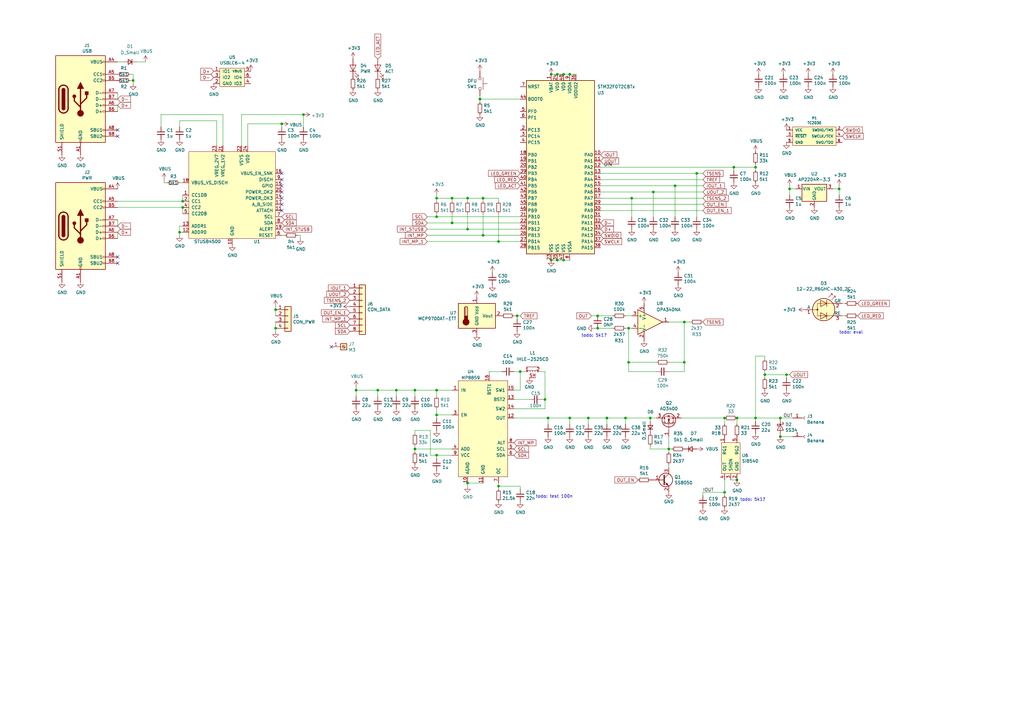
<source format=kicad_sch>
(kicad_sch (version 20211123) (generator eeschema)
  (paper "A3")
  (title_block (title "OPS - The Otter Power Supply"))
  (junction (at 245.11 134.62))
  (junction (at 302.26 171.45))
  (junction (at 179.07 88.9))
  (junction (at 115.57 50.8))
  (junction (at 233.68 171.45))
  (junction (at 73.66 95.25))
  (junction (at 162.56 160.02))
  (junction (at 170.18 160.02))
  (junction (at 185.42 81.28))
  (junction (at 226.06 106.68))
  (junction (at 266.7 171.45))
  (junction (at 309.88 68.58))
  (junction (at 212.09 129.54))
  (junction (at 179.07 170.18))
  (junction (at 204.47 99.06))
  (junction (at 241.3 171.45))
  (junction (at 191.77 198.12))
  (junction (at 204.47 199.39))
  (junction (at 280.67 148.59))
  (junction (at 309.88 171.45))
  (junction (at 320.04 179.07))
  (junction (at 323.85 77.47))
  (junction (at 233.68 30.48))
  (junction (at 223.52 163.83))
  (junction (at 179.07 186.69))
  (junction (at 297.18 201.93))
  (junction (at 198.12 81.28))
  (junction (at 224.79 171.45))
  (junction (at 231.14 30.48))
  (junction (at 74.93 82.55))
  (junction (at 228.6 30.48))
  (junction (at 302.26 196.85))
  (junction (at 74.93 85.09))
  (junction (at 259.08 81.28))
  (junction (at 274.32 184.15))
  (junction (at 344.17 77.47))
  (junction (at 154.94 160.02))
  (junction (at 213.36 152.4))
  (junction (at 54.61 33.02))
  (junction (at 179.07 81.28))
  (junction (at 322.58 153.67))
  (junction (at 285.75 71.12))
  (junction (at 257.81 148.59))
  (junction (at 313.69 153.67))
  (junction (at 297.18 171.45))
  (junction (at 231.14 106.68))
  (junction (at 248.92 171.45))
  (junction (at 196.85 40.64))
  (junction (at 256.54 171.45))
  (junction (at 228.6 106.68))
  (junction (at 226.06 30.48))
  (junction (at 300.99 68.58))
  (junction (at 113.03 127))
  (junction (at 267.97 78.74))
  (junction (at 124.46 46.99))
  (junction (at 191.77 81.28))
  (junction (at 280.67 132.08))
  (junction (at 198.12 96.52))
  (junction (at 257.81 134.62))
  (junction (at 276.86 76.2))
  (junction (at 191.77 93.98))
  (junction (at 179.07 160.02))
  (junction (at 113.03 134.62))
  (junction (at 245.11 129.54))
  (junction (at 170.18 184.15))
  (junction (at 320.04 171.45))
  (junction (at 185.42 91.44))
  (junction (at 146.05 160.02))
  (no_connect (at 48.26 107.95))
  (no_connect (at 115.57 76.2))
  (no_connect (at 115.57 78.74))
  (no_connect (at 48.26 55.88))
  (no_connect (at 135.89 142.24))
  (no_connect (at 48.26 53.34))
  (no_connect (at 115.57 73.66))
  (no_connect (at 115.57 83.82))
  (no_connect (at 48.26 105.41))
  (no_connect (at 115.57 86.36))
  (no_connect (at 115.57 71.12))
  (no_connect (at 115.57 81.28))
  (wire (pts (xy 299.72 196.85) (xy 302.26 196.85)))
  (wire (pts (xy 74.93 95.25) (xy 73.66 95.25)))
  (wire (pts (xy 313.69 153.67) (xy 313.69 152.4)))
  (wire (pts (xy 179.07 88.9) (xy 175.26 88.9)))
  (wire (pts (xy 74.93 87.63) (xy 74.93 85.09)))
  (wire (pts (xy 275.59 184.15) (xy 274.32 184.15)))
  (wire (pts (xy 170.18 184.15) (xy 170.18 182.88)))
  (wire (pts (xy 236.22 30.48) (xy 233.68 30.48)))
  (wire (pts (xy 297.18 201.93) (xy 297.18 196.85)))
  (wire (pts (xy 191.77 82.55) (xy 191.77 81.28)))
  (wire (pts (xy 73.66 96.52) (xy 73.66 95.25)))
  (wire (pts (xy 179.07 170.18) (xy 179.07 171.45)))
  (wire (pts (xy 196.85 40.64) (xy 196.85 39.37)))
  (wire (pts (xy 313.69 153.67) (xy 322.58 153.67)))
  (wire (pts (xy 204.47 199.39) (xy 204.47 200.66)))
  (wire (pts (xy 48.26 82.55) (xy 74.93 82.55)))
  (wire (pts (xy 179.07 81.28) (xy 179.07 80.01)))
  (wire (pts (xy 179.07 81.28) (xy 179.07 82.55)))
  (wire (pts (xy 256.54 173.99) (xy 256.54 171.45)))
  (wire (pts (xy 170.18 160.02) (xy 179.07 160.02)))
  (wire (pts (xy 288.29 83.82) (xy 246.38 83.82)))
  (wire (pts (xy 302.26 173.99) (xy 302.26 171.45)))
  (wire (pts (xy 309.88 171.45) (xy 320.04 171.45)))
  (wire (pts (xy 101.6 50.8) (xy 101.6 59.69)))
  (wire (pts (xy 257.81 152.4) (xy 257.81 148.59)))
  (wire (pts (xy 251.46 134.62) (xy 245.11 134.62)))
  (wire (pts (xy 346.71 129.54) (xy 345.44 129.54)))
  (wire (pts (xy 196.85 40.64) (xy 196.85 41.91)))
  (wire (pts (xy 248.92 171.45) (xy 256.54 171.45)))
  (wire (pts (xy 48.26 25.4) (xy 50.8 25.4)))
  (wire (pts (xy 228.6 106.68) (xy 226.06 106.68)))
  (wire (pts (xy 175.26 99.06) (xy 204.47 99.06)))
  (wire (pts (xy 48.26 95.25) (xy 48.26 97.79)))
  (wire (pts (xy 288.29 81.28) (xy 259.08 81.28)))
  (wire (pts (xy 185.42 87.63) (xy 185.42 91.44)))
  (wire (pts (xy 322.58 154.94) (xy 322.58 153.67)))
  (wire (pts (xy 309.88 68.58) (xy 309.88 67.31)))
  (wire (pts (xy 256.54 134.62) (xy 257.81 134.62)))
  (wire (pts (xy 204.47 81.28) (xy 198.12 81.28)))
  (wire (pts (xy 288.29 203.2) (xy 288.29 201.93)))
  (wire (pts (xy 266.7 171.45) (xy 269.24 171.45)))
  (wire (pts (xy 313.69 147.32) (xy 313.69 146.05)))
  (wire (pts (xy 231.14 106.68) (xy 228.6 106.68)))
  (wire (pts (xy 276.86 76.2) (xy 288.29 76.2)))
  (wire (pts (xy 288.29 86.36) (xy 246.38 86.36)))
  (wire (pts (xy 113.03 125.73) (xy 113.03 127)))
  (wire (pts (xy 325.12 171.45) (xy 320.04 171.45)))
  (wire (pts (xy 88.9 59.69) (xy 88.9 49.53)))
  (wire (pts (xy 269.24 152.4) (xy 257.81 152.4)))
  (wire (pts (xy 179.07 88.9) (xy 213.36 88.9)))
  (wire (pts (xy 213.36 129.54) (xy 212.09 129.54)))
  (wire (pts (xy 74.93 80.01) (xy 74.93 82.55)))
  (wire (pts (xy 233.68 30.48) (xy 231.14 30.48)))
  (wire (pts (xy 210.82 171.45) (xy 224.79 171.45)))
  (wire (pts (xy 215.9 152.4) (xy 213.36 152.4)))
  (wire (pts (xy 54.61 30.48) (xy 54.61 33.02)))
  (wire (pts (xy 285.75 88.9) (xy 285.75 71.12)))
  (wire (pts (xy 323.85 76.2) (xy 323.85 77.47)))
  (wire (pts (xy 279.4 171.45) (xy 297.18 171.45)))
  (wire (pts (xy 185.42 91.44) (xy 213.36 91.44)))
  (wire (pts (xy 198.12 87.63) (xy 198.12 96.52)))
  (wire (pts (xy 243.84 134.62) (xy 245.11 134.62)))
  (wire (pts (xy 170.18 160.02) (xy 162.56 160.02)))
  (wire (pts (xy 257.81 134.62) (xy 259.08 134.62)))
  (wire (pts (xy 185.42 82.55) (xy 185.42 81.28)))
  (wire (pts (xy 179.07 170.18) (xy 179.07 167.64)))
  (wire (pts (xy 175.26 93.98) (xy 191.77 93.98)))
  (wire (pts (xy 259.08 81.28) (xy 246.38 81.28)))
  (wire (pts (xy 198.12 82.55) (xy 198.12 81.28)))
  (wire (pts (xy 259.08 88.9) (xy 259.08 81.28)))
  (wire (pts (xy 179.07 186.69) (xy 179.07 187.96)))
  (wire (pts (xy 241.3 173.99) (xy 241.3 171.45)))
  (wire (pts (xy 309.88 69.85) (xy 309.88 68.58)))
  (wire (pts (xy 204.47 82.55) (xy 204.47 81.28)))
  (wire (pts (xy 198.12 96.52) (xy 213.36 96.52)))
  (wire (pts (xy 113.03 134.62) (xy 113.03 135.89)))
  (wire (pts (xy 300.99 69.85) (xy 300.99 68.58)))
  (wire (pts (xy 313.69 154.94) (xy 313.69 153.67)))
  (wire (pts (xy 198.12 198.12) (xy 191.77 198.12)))
  (wire (pts (xy 175.26 91.44) (xy 185.42 91.44)))
  (wire (pts (xy 274.32 190.5) (xy 274.32 191.77)))
  (wire (pts (xy 233.68 106.68) (xy 231.14 106.68)))
  (wire (pts (xy 285.75 71.12) (xy 246.38 71.12)))
  (wire (pts (xy 283.21 132.08) (xy 280.67 132.08)))
  (wire (pts (xy 185.42 184.15) (xy 170.18 184.15)))
  (wire (pts (xy 346.71 124.46) (xy 345.44 124.46)))
  (wire (pts (xy 116.84 96.52) (xy 115.57 96.52)))
  (wire (pts (xy 170.18 177.8) (xy 170.18 176.53)))
  (wire (pts (xy 274.32 152.4) (xy 280.67 152.4)))
  (wire (pts (xy 204.47 99.06) (xy 213.36 99.06)))
  (wire (pts (xy 74.93 92.71) (xy 73.66 92.71)))
  (wire (pts (xy 280.67 132.08) (xy 274.32 132.08)))
  (wire (pts (xy 212.09 129.54) (xy 212.09 130.81)))
  (wire (pts (xy 54.61 34.29) (xy 54.61 33.02)))
  (wire (pts (xy 146.05 160.02) (xy 146.05 158.75)))
  (wire (pts (xy 325.12 179.07) (xy 320.04 179.07)))
  (wire (pts (xy 74.93 85.09) (xy 48.26 85.09)))
  (wire (pts (xy 179.07 186.69) (xy 185.42 186.69)))
  (wire (pts (xy 300.99 68.58) (xy 309.88 68.58)))
  (wire (pts (xy 170.18 176.53) (xy 176.53 176.53)))
  (wire (pts (xy 313.69 146.05) (xy 309.88 146.05)))
  (wire (pts (xy 124.46 46.99) (xy 124.46 52.07)))
  (wire (pts (xy 204.47 199.39) (xy 213.36 199.39)))
  (wire (pts (xy 48.26 40.64) (xy 48.26 38.1)))
  (wire (pts (xy 246.38 76.2) (xy 276.86 76.2)))
  (wire (pts (xy 191.77 81.28) (xy 185.42 81.28)))
  (wire (pts (xy 154.94 160.02) (xy 162.56 160.02)))
  (wire (pts (xy 204.47 87.63) (xy 204.47 99.06)))
  (wire (pts (xy 66.04 52.07) (xy 66.04 46.99)))
  (wire (pts (xy 48.26 43.18) (xy 48.26 45.72)))
  (wire (pts (xy 302.26 171.45) (xy 309.88 171.45)))
  (wire (pts (xy 224.79 171.45) (xy 224.79 173.99)))
  (wire (pts (xy 274.32 148.59) (xy 280.67 148.59)))
  (wire (pts (xy 245.11 129.54) (xy 242.57 129.54)))
  (wire (pts (xy 267.97 88.9) (xy 267.97 78.74)))
  (wire (pts (xy 213.36 40.64) (xy 196.85 40.64)))
  (wire (pts (xy 213.36 152.4) (xy 213.36 160.02)))
  (wire (pts (xy 99.06 59.69) (xy 99.06 46.99)))
  (wire (pts (xy 146.05 160.02) (xy 154.94 160.02)))
  (wire (pts (xy 191.77 87.63) (xy 191.77 93.98)))
  (wire (pts (xy 217.17 163.83) (xy 210.82 163.83)))
  (wire (pts (xy 288.29 71.12) (xy 285.75 71.12)))
  (wire (pts (xy 323.85 153.67) (xy 322.58 153.67)))
  (wire (pts (xy 246.38 68.58) (xy 300.99 68.58)))
  (wire (pts (xy 115.57 50.8) (xy 115.57 52.07)))
  (wire (pts (xy 55.88 25.4) (xy 59.69 25.4)))
  (wire (pts (xy 297.18 203.2) (xy 297.18 201.93)))
  (wire (pts (xy 185.42 81.28) (xy 179.07 81.28)))
  (wire (pts (xy 241.3 171.45) (xy 248.92 171.45)))
  (wire (pts (xy 248.92 173.99) (xy 248.92 171.45)))
  (wire (pts (xy 101.6 50.8) (xy 115.57 50.8)))
  (wire (pts (xy 223.52 167.64) (xy 223.52 163.83)))
  (wire (pts (xy 123.19 97.79) (xy 123.19 96.52)))
  (wire (pts (xy 344.17 76.2) (xy 344.17 77.47)))
  (wire (pts (xy 162.56 162.56) (xy 162.56 160.02)))
  (wire (pts (xy 48.26 92.71) (xy 48.26 90.17)))
  (wire (pts (xy 341.63 77.47) (xy 344.17 77.47)))
  (wire (pts (xy 68.58 74.93) (xy 67.31 74.93)))
  (wire (pts (xy 191.77 198.12) (xy 191.77 199.39)))
  (wire (pts (xy 266.7 184.15) (xy 274.32 184.15)))
  (wire (pts (xy 146.05 162.56) (xy 146.05 160.02)))
  (wire (pts (xy 246.38 78.74) (xy 267.97 78.74)))
  (wire (pts (xy 267.97 78.74) (xy 288.29 78.74)))
  (wire (pts (xy 276.86 88.9) (xy 276.86 76.2)))
  (wire (pts (xy 245.11 129.54) (xy 251.46 129.54)))
  (wire (pts (xy 73.66 49.53) (xy 73.66 52.07)))
  (wire (pts (xy 54.61 33.02) (xy 53.34 33.02)))
  (wire (pts (xy 67.31 74.93) (xy 67.31 73.66)))
  (wire (pts (xy 274.32 184.15) (xy 274.32 179.07)))
  (wire (pts (xy 266.7 172.72) (xy 266.7 171.45)))
  (wire (pts (xy 170.18 185.42) (xy 170.18 184.15)))
  (wire (pts (xy 233.68 171.45) (xy 233.68 173.99)))
  (wire (pts (xy 259.08 129.54) (xy 256.54 129.54)))
  (wire (pts (xy 274.32 185.42) (xy 274.32 184.15)))
  (wire (pts (xy 191.77 93.98) (xy 213.36 93.98)))
  (wire (pts (xy 233.68 171.45) (xy 241.3 171.45)))
  (wire (pts (xy 210.82 167.64) (xy 223.52 167.64)))
  (wire (pts (xy 204.47 198.12) (xy 204.47 199.39)))
  (wire (pts (xy 185.42 170.18) (xy 179.07 170.18)))
  (wire (pts (xy 53.34 30.48) (xy 54.61 30.48)))
  (wire (pts (xy 73.66 92.71) (xy 73.66 95.25)))
  (wire (pts (xy 309.88 172.72) (xy 309.88 171.45)))
  (wire (pts (xy 231.14 30.48) (xy 228.6 30.48)))
  (wire (pts (xy 257.81 134.62) (xy 257.81 148.59)))
  (wire (pts (xy 123.19 96.52) (xy 121.92 96.52)))
  (wire (pts (xy 176.53 176.53) (xy 176.53 186.69)))
  (wire (pts (xy 224.79 171.45) (xy 233.68 171.45)))
  (wire (pts (xy 288.29 201.93) (xy 297.18 201.93)))
  (wire (pts (xy 200.66 152.4) (xy 200.66 153.67)))
  (wire (pts (xy 344.17 77.47) (xy 344.17 80.01)))
  (wire (pts (xy 113.03 127) (xy 113.03 129.54)))
  (wire (pts (xy 113.03 132.08) (xy 113.03 134.62)))
  (wire (pts (xy 256.54 171.45) (xy 266.7 171.45)))
  (wire (pts (xy 228.6 30.48) (xy 226.06 30.48)))
  (wire (pts (xy 288.29 73.66) (xy 246.38 73.66)))
  (wire (pts (xy 88.9 49.53) (xy 73.66 49.53)))
  (wire (pts (xy 185.42 160.02) (xy 179.07 160.02)))
  (wire (pts (xy 154.94 162.56) (xy 154.94 160.02)))
  (wire (pts (xy 66.04 46.99) (xy 91.44 46.99)))
  (wire (pts (xy 213.36 199.39) (xy 213.36 200.66)))
  (wire (pts (xy 266.7 182.88) (xy 266.7 184.15)))
  (wire (pts (xy 257.81 148.59) (xy 269.24 148.59)))
  (wire (pts (xy 179.07 160.02) (xy 179.07 162.56)))
  (wire (pts (xy 175.26 96.52) (xy 198.12 96.52)))
  (wire (pts (xy 213.36 160.02) (xy 210.82 160.02)))
  (wire (pts (xy 323.85 77.47) (xy 323.85 80.01)))
  (wire (pts (xy 280.67 152.4) (xy 280.67 148.59)))
  (wire (pts (xy 222.25 163.83) (xy 223.52 163.83)))
  (wire (pts (xy 99.06 46.99) (xy 124.46 46.99)))
  (wire (pts (xy 170.18 160.02) (xy 170.18 162.56)))
  (wire (pts (xy 198.12 81.28) (xy 191.77 81.28)))
  (wire (pts (xy 73.66 74.93) (xy 74.93 74.93)))
  (wire (pts (xy 176.53 186.69) (xy 179.07 186.69)))
  (wire (pts (xy 223.52 152.4) (xy 223.52 163.83)))
  (wire (pts (xy 210.82 129.54) (xy 212.09 129.54)))
  (wire (pts (xy 179.07 87.63) (xy 179.07 88.9)))
  (wire (pts (xy 297.18 173.99) (xy 297.18 171.45)))
  (wire (pts (xy 91.44 46.99) (xy 91.44 59.69)))
  (wire (pts (xy 280.67 148.59) (xy 280.67 132.08)))
  (wire (pts (xy 220.98 152.4) (xy 223.52 152.4)))
  (wire (pts (xy 205.74 152.4) (xy 200.66 152.4)))
  (wire (pts (xy 210.82 152.4) (xy 213.36 152.4)))
  (wire (pts (xy 326.39 77.47) (xy 323.85 77.47)))
  (wire (pts (xy 309.88 146.05) (xy 309.88 171.45)))
  (text "todo: 5k1?" (at 303.53 205.74 0) (effects (font (size 1.27 1.27)) (justify left bottom)))
  (text "todo: eval\n" (at 344.17 137.16 0) (effects (font (size 1.27 1.27)) (justify left bottom)))
  (text "todo: test 100n" (at 219.71 204.47 0) (effects (font (size 1.27 1.27)) (justify left bottom)))
  (text "todo: 5k1?" (at 248.92 138.43 180) (effects (font (size 1.27 1.27)) (justify right bottom)))
  (label "UIN" (at 247.65 68.58 0))
  (label "OUT" (at 321.31 171.45 0))
  (label "IOUT" (at 288.29 201.93 0))
  (global_label "SWCLK" (shape input) (at 345.44 55.88 0) (property "Intersheet References" "${INTERSHEET_REFS}" (effects hide)))
  (global_label "UOUT_2" (shape input) (at 288.29 78.74 0) (property "Intersheet References" "${INTERSHEET_REFS}" (effects hide)))
  (global_label "UOUT" (shape input) (at 323.85 153.67 0) (property "Intersheet References" "${INTERSHEET_REFS}" (effects hide)))
  (global_label "OUT_EN_1" (shape input) (at 288.29 86.36 0) (property "Intersheet References" "${INTERSHEET_REFS}" (effects hide)))
  (global_label "SDA" (shape input) (at 115.57 91.44 0) (property "Intersheet References" "${INTERSHEET_REFS}" (effects hide)))
  (global_label "SDA" (shape input) (at 175.26 91.44 180) (property "Intersheet References" "${INTERSHEET_REFS}" (effects hide)))
  (global_label "SWCLK" (shape input) (at 246.38 99.06 0) (property "Intersheet References" "${INTERSHEET_REFS}" (effects hide)))
  (global_label "UOUT_2" (shape input) (at 143.51 120.65 180) (property "Intersheet References" "${INTERSHEET_REFS}" (effects hide)))
  (global_label "INT_MP_1" (shape input) (at 175.26 99.06 180) (property "Intersheet References" "${INTERSHEET_REFS}" (effects hide)))
  (global_label "SCL" (shape input) (at 115.57 88.9 0) (property "Intersheet References" "${INTERSHEET_REFS}" (effects hide)))
  (global_label "INT_STUSB" (shape input) (at 175.26 93.98 180) (property "Intersheet References" "${INTERSHEET_REFS}" (effects hide)))
  (global_label "D+" (shape input) (at 48.26 95.25 0) (property "Intersheet References" "${INTERSHEET_REFS}" (effects hide)))
  (global_label "TREF" (shape input) (at 288.29 73.66 0) (property "Intersheet References" "${INTERSHEET_REFS}" (effects hide)))
  (global_label "LED_GREEN" (shape input) (at 213.36 71.12 180) (property "Intersheet References" "${INTERSHEET_REFS}" (effects hide)))
  (global_label "D-" (shape input) (at 48.26 40.64 0) (property "Intersheet References" "${INTERSHEET_REFS}" (effects hide)))
  (global_label "LED_ACT" (shape input) (at 154.94 24.13 90) (property "Intersheet References" "${INTERSHEET_REFS}" (effects hide)))
  (global_label "SCL" (shape input) (at 210.82 184.15 0) (property "Intersheet References" "${INTERSHEET_REFS}" (effects hide)))
  (global_label "INT_MP" (shape input) (at 175.26 96.52 180) (property "Intersheet References" "${INTERSHEET_REFS}" (effects hide)))
  (global_label "TSENS_2" (shape input) (at 143.51 123.19 180) (property "Intersheet References" "${INTERSHEET_REFS}" (effects hide)))
  (global_label "D-" (shape input) (at 48.26 92.71 0) (property "Intersheet References" "${INTERSHEET_REFS}" (effects hide)))
  (global_label "TSENS" (shape input) (at 288.29 71.12 0) (property "Intersheet References" "${INTERSHEET_REFS}" (effects hide)))
  (global_label "INT_MP_1" (shape input) (at 143.51 130.81 180) (property "Intersheet References" "${INTERSHEET_REFS}" (effects hide)))
  (global_label "D-" (shape input) (at 246.38 91.44 0) (property "Intersheet References" "${INTERSHEET_REFS}" (effects hide)))
  (global_label "TSENS_2" (shape input) (at 288.29 81.28 0) (property "Intersheet References" "${INTERSHEET_REFS}" (effects hide)))
  (global_label "OUT" (shape input) (at 242.57 129.54 180) (property "Intersheet References" "${INTERSHEET_REFS}" (effects hide)))
  (global_label "LED_ACT" (shape input) (at 213.36 76.2 180) (property "Intersheet References" "${INTERSHEET_REFS}" (effects hide)))
  (global_label "IOUT" (shape input) (at 246.38 63.5 0) (property "Intersheet References" "${INTERSHEET_REFS}" (effects hide)))
  (global_label "UOUT" (shape input) (at 246.38 66.04 0) (property "Intersheet References" "${INTERSHEET_REFS}" (effects hide)))
  (global_label "IOUT_1" (shape input) (at 288.29 76.2 0) (property "Intersheet References" "${INTERSHEET_REFS}" (effects hide)))
  (global_label "LED_RED" (shape input) (at 213.36 73.66 180) (property "Intersheet References" "${INTERSHEET_REFS}" (effects hide)))
  (global_label "SDA" (shape input) (at 143.51 135.89 180) (property "Intersheet References" "${INTERSHEET_REFS}" (effects hide)))
  (global_label "D+" (shape input) (at 48.26 43.18 0) (property "Intersheet References" "${INTERSHEET_REFS}" (effects hide)))
  (global_label "OUT_EN" (shape input) (at 288.29 83.82 0) (property "Intersheet References" "${INTERSHEET_REFS}" (effects hide)))
  (global_label "IOUT_1" (shape input) (at 143.51 118.11 180) (property "Intersheet References" "${INTERSHEET_REFS}" (effects hide)))
  (global_label "TREF" (shape input) (at 213.36 129.54 0) (property "Intersheet References" "${INTERSHEET_REFS}" (effects hide)))
  (global_label "LED_RED" (shape input) (at 351.79 129.54 0) (property "Intersheet References" "${INTERSHEET_REFS}" (effects hide)))
  (global_label "SWDIO" (shape input) (at 246.38 96.52 0) (property "Intersheet References" "${INTERSHEET_REFS}" (effects hide)))
  (global_label "D+" (shape input) (at 246.38 93.98 0) (property "Intersheet References" "${INTERSHEET_REFS}" (effects hide)))
  (global_label "SDA" (shape input) (at 210.82 186.69 0) (property "Intersheet References" "${INTERSHEET_REFS}" (effects hide)))
  (global_label "SWDIO" (shape input) (at 345.44 53.34 0) (property "Intersheet References" "${INTERSHEET_REFS}" (effects hide)))
  (global_label "LED_GREEN" (shape input) (at 351.79 124.46 0) (property "Intersheet References" "${INTERSHEET_REFS}" (effects hide)))
  (global_label "OUT_EN_1" (shape input) (at 143.51 128.27 180) (property "Intersheet References" "${INTERSHEET_REFS}" (effects hide)))
  (global_label "INT_MP" (shape input) (at 210.82 181.61 0) (property "Intersheet References" "${INTERSHEET_REFS}" (effects hide)))
  (global_label "OUT_EN" (shape input) (at 261.62 196.85 180) (property "Intersheet References" "${INTERSHEET_REFS}" (effects hide)))
  (global_label "D-" (shape input) (at 87.63 31.75 180) (property "Intersheet References" "${INTERSHEET_REFS}" (effects hide)))
  (global_label "INT_STUSB" (shape input) (at 115.57 93.98 0) (property "Intersheet References" "${INTERSHEET_REFS}" (effects hide)))
  (global_label "D+" (shape input) (at 87.63 29.21 180) (property "Intersheet References" "${INTERSHEET_REFS}" (effects hide)))
  (global_label "TSENS" (shape input) (at 288.29 132.08 0) (property "Intersheet References" "${INTERSHEET_REFS}" (effects hide)))
  (global_label "SCL" (shape input) (at 143.51 133.35 180) (property "Intersheet References" "${INTERSHEET_REFS}" (effects hide)))
  (global_label "SCL" (shape input) (at 175.26 88.9 180) (property "Intersheet References" "${INTERSHEET_REFS}" (effects hide)))
  (symbol (lib_id "Connector:USB_C_Receptacle_USB2.0") (at 33.02 40.64 0) (unit 1)
    (property "Reference" "J1" (at 35.7378 18.6182 0))
    (property "Value" "USB" (at 35.7378 20.9296 0))
    (property "Footprint" "otter:USB-C 16Pin" (effects hide))
    (property "Datasheet" "https://www.usb.org/sites/default/files/documents/usb_type-c.zip" (effects hide))
  )
  (symbol (lib_id "Device:R_Small") (at 50.8 30.48 270) (unit 1)
    (property "Reference" "R1" (at 50.8 27.94 90))
    (property "Value" "5k1" (at 50.8 30.48 90))
    (property "Footprint" "otter:R_0402" (effects hide))
  )
  (symbol (lib_id "Device:R_Small") (at 50.8 33.02 90) (unit 1)
    (property "Reference" "R2" (at 50.8 35.56 90))
    (property "Value" "5k1" (at 50.8 33.02 90))
    (property "Footprint" "otter:R_0402" (effects hide))
  )
  (symbol (lib_id "otter:GND") (at 33.02 63.5 0) (unit 1)
    (property "Reference" "#PWR0101" (effects hide))
    (property "Value" "GND" (at 33.147 67.8942 0))
  )
  (symbol (lib_id "otter:GND") (at 25.4 63.5 0) (unit 1)
    (property "Reference" "#PWR0102" (effects hide))
    (property "Value" "GND" (at 25.527 67.8942 0))
  )
  (symbol (lib_id "otter:GND") (at 54.61 34.29 0) (unit 1)
    (property "Reference" "#PWR0103" (effects hide))
    (property "Value" "GND" (at 54.737 38.6842 0))
  )
  (symbol (lib_id "Connector:USB_C_Receptacle_USB2.0") (at 33.02 92.71 0) (unit 1)
    (property "Reference" "J2" (at 35.7378 70.6882 0))
    (property "Value" "PWR" (at 35.7378 72.9996 0))
    (property "Footprint" "otter:USB-C 16Pin" (effects hide))
    (property "Datasheet" "https://www.usb.org/sites/default/files/documents/usb_type-c.zip" (effects hide))
  )
  (symbol (lib_id "otter:GND") (at 33.02 115.57 0) (unit 1)
    (property "Reference" "#PWR0104" (effects hide))
    (property "Value" "GND" (at 33.147 119.9642 0))
  )
  (symbol (lib_id "otter:GND") (at 25.4 115.57 0) (unit 1)
    (property "Reference" "#PWR0105" (effects hide))
    (property "Value" "GND" (at 25.527 119.9642 0))
  )
  (symbol (lib_id "otter:STUSB4500") (at 95.25 83.82 0) (unit 1)
    (property "Reference" "U1" (at 105.41 99.06 0))
    (property "Value" "STUSB4500" (at 85.09 99.06 0))
    (property "Footprint" "Package_DFN_QFN:QFN-24-1EP_4x4mm_P0.5mm_EP2.7x2.7mm" (effects hide))
  )
  (symbol (lib_id "Device:R_Small") (at 71.12 74.93 270) (unit 1)
    (property "Reference" "R3" (at 71.12 72.39 90))
    (property "Value" "5k1" (at 71.12 74.93 90))
    (property "Footprint" "otter:R_0402" (effects hide))
  )
  (symbol (lib_id "Device:R_Small") (at 119.38 96.52 270) (unit 1)
    (property "Reference" "R4" (at 119.38 99.1616 90))
    (property "Value" "5k1" (at 119.38 101.473 90))
    (property "Footprint" "otter:R_0402" (effects hide))
  )
  (symbol (lib_id "otter:GND") (at 73.66 96.52 0) (unit 1)
    (property "Reference" "#PWR0106" (effects hide))
    (property "Value" "GND" (at 73.787 100.9142 0))
  )
  (symbol (lib_id "otter:GND") (at 95.25 100.33 0) (unit 1)
    (property "Reference" "#PWR0107" (effects hide))
    (property "Value" "GND" (at 95.377 104.7242 0))
  )
  (symbol (lib_id "otter:GND") (at 123.19 97.79 0) (unit 1)
    (property "Reference" "#PWR0108" (effects hide))
    (property "Value" "GND" (at 123.317 102.1842 0))
  )
  (symbol (lib_id "power:VBUS") (at 48.26 77.47 0) (unit 1)
    (property "Reference" "#PWR0109" (effects hide))
    (property "Value" "VBUS" (at 48.641 73.0758 0))
  )
  (symbol (lib_id "power:VBUS") (at 67.31 73.66 0) (unit 1)
    (property "Reference" "#PWR0110" (effects hide))
    (property "Value" "VBUS" (at 67.691 69.2658 0))
  )
  (symbol (lib_id "Device:C_Small") (at 73.66 54.61 0) (unit 1)
    (property "Reference" "C2" (at 75.9968 53.4416 0) (effects (justify left)))
    (property "Value" "1u" (at 75.9968 55.753 0) (effects (justify left)))
    (property "Footprint" "otter:C_0402" (effects hide))
  )
  (symbol (lib_id "otter:GND") (at 73.66 57.15 0) (unit 1)
    (property "Reference" "#PWR0111" (effects hide))
    (property "Value" "GND" (at 73.787 61.5442 0))
  )
  (symbol (lib_id "Device:C_Small") (at 66.04 54.61 0) (unit 1)
    (property "Reference" "C1" (at 68.3768 53.4416 0) (effects (justify left)))
    (property "Value" "1u" (at 68.3768 55.753 0) (effects (justify left)))
    (property "Footprint" "otter:C_0402" (effects hide))
  )
  (symbol (lib_id "otter:GND") (at 66.04 57.15 0) (unit 1)
    (property "Reference" "#PWR0112" (effects hide))
    (property "Value" "GND" (at 66.167 61.5442 0))
  )
  (symbol (lib_id "power:+3V3") (at 124.46 46.99 270) (unit 1)
    (property "Reference" "#PWR0113" (effects hide))
    (property "Value" "+3V3" (at 127.7112 47.371 90) (effects (justify left)))
  )
  (symbol (lib_id "Device:C_Small") (at 115.57 54.61 0) (unit 1)
    (property "Reference" "C3" (at 117.9068 53.4416 0) (effects (justify left)))
    (property "Value" "100n" (at 117.9068 55.753 0) (effects (justify left)))
    (property "Footprint" "otter:C_0402" (effects hide))
  )
  (symbol (lib_id "Device:C_Small") (at 124.46 54.61 0) (unit 1)
    (property "Reference" "C4" (at 126.7968 53.4416 0) (effects (justify left)))
    (property "Value" "100n" (at 126.7968 55.753 0) (effects (justify left)))
    (property "Footprint" "otter:C_0402" (effects hide))
  )
  (symbol (lib_id "power:VBUS") (at 115.57 50.8 270) (unit 1)
    (property "Reference" "#PWR0116" (effects hide))
    (property "Value" "VBUS" (at 118.8212 51.181 90) (effects (justify left)))
  )
  (symbol (lib_id "otter:GND") (at 115.57 57.15 0) (unit 1)
    (property "Reference" "#PWR0114" (effects hide))
    (property "Value" "GND" (at 115.697 61.5442 0))
  )
  (symbol (lib_id "otter:GND") (at 124.46 57.15 0) (unit 1)
    (property "Reference" "#PWR0115" (effects hide))
    (property "Value" "GND" (at 124.587 61.5442 0))
  )
  (symbol (lib_id "MCU_ST_STM32F0:STM32F072CBTx") (at 231.14 68.58 0) (unit 1)
    (property "Reference" "U3" (at 246.38 38.1 0))
    (property "Value" "STM32F072CBTx" (at 252.73 35.56 0))
    (property "Footprint" "Package_QFP:LQFP-48_7x7mm_P0.5mm" (effects hide))
    (property "Datasheet" "http://www.st.com/st-web-ui/static/active/en/resource/technical/document/datasheet/DM00090510.pdf" (effects hide))
  )
  (symbol (lib_id "otter:TC2030-CTX-Tag-Connect") (at 334.01 55.88 0) (unit 1)
    (property "Reference" "P1" (at 334.01 48.4632 0) (effects (font (size 1.016 1.016))))
    (property "Value" "TC2030" (at 334.01 50.3936 0) (effects (font (size 1.016 1.016))))
    (property "Footprint" "otter:TC2030" (effects hide))
  )
  (symbol (lib_id "otter:GND") (at 322.58 58.42 0) (unit 1)
    (property "Reference" "#PWR0117" (effects hide))
    (property "Value" "GND" (at 322.707 62.8142 0))
  )
  (symbol (lib_id "power:+3V3") (at 322.58 53.34 0) (unit 1)
    (property "Reference" "#PWR0118" (effects hide))
    (property "Value" "+3V3" (at 322.961 48.9458 0))
  )
  (symbol (lib_id "Regulator_Linear:AP2204R-3.3") (at 334.01 77.47 0) (unit 1)
    (property "Reference" "U2" (at 334.01 71.3232 0))
    (property "Value" "AP2204R-3.3" (at 334.01 73.6346 0))
    (property "Footprint" "Package_TO_SOT_SMD:SOT-89-3" (effects hide))
    (property "Datasheet" "https://www.diodes.com/assets/Datasheets/AP2204.pdf" (effects hide))
  )
  (symbol (lib_id "Device:C_Small") (at 323.85 82.55 0) (unit 1)
    (property "Reference" "C5" (at 326.1868 81.3816 0) (effects (justify left)))
    (property "Value" "1u" (at 326.1868 83.693 0) (effects (justify left)))
    (property "Footprint" "otter:C_0402" (effects hide))
  )
  (symbol (lib_id "Device:C_Small") (at 344.17 82.55 0) (unit 1)
    (property "Reference" "C6" (at 346.5068 81.3816 0) (effects (justify left)))
    (property "Value" "1u" (at 346.5068 83.693 0) (effects (justify left)))
    (property "Footprint" "otter:C_0402" (effects hide))
  )
  (symbol (lib_id "otter:GND") (at 323.85 85.09 0) (unit 1)
    (property "Reference" "#PWR0119" (effects hide))
    (property "Value" "GND" (at 323.977 89.4842 0))
  )
  (symbol (lib_id "otter:GND") (at 334.01 85.09 0) (unit 1)
    (property "Reference" "#PWR0120" (effects hide))
    (property "Value" "GND" (at 334.137 89.4842 0))
  )
  (symbol (lib_id "otter:GND") (at 344.17 85.09 0) (unit 1)
    (property "Reference" "#PWR0121" (effects hide))
    (property "Value" "GND" (at 344.297 89.4842 0))
  )
  (symbol (lib_id "power:+3V3") (at 344.17 76.2 0) (unit 1)
    (property "Reference" "#PWR0122" (effects hide))
    (property "Value" "+3V3" (at 344.551 71.8058 0))
  )
  (symbol (lib_id "power:VBUS") (at 323.85 76.2 0) (unit 1)
    (property "Reference" "#PWR0123" (effects hide))
    (property "Value" "VBUS" (at 324.231 71.8058 0))
  )
  (symbol (lib_id "power:VBUS") (at 59.69 25.4 0) (unit 1)
    (property "Reference" "#PWR0124" (effects hide))
    (property "Value" "VBUS" (at 60.071 21.0058 0))
  )
  (symbol (lib_id "otter:GND") (at 226.06 106.68 0) (unit 1)
    (property "Reference" "#PWR0125" (effects hide))
    (property "Value" "GND" (at 226.187 111.0742 0))
  )
  (symbol (lib_id "power:+3V3") (at 226.06 30.48 0) (unit 1)
    (property "Reference" "#PWR0126" (effects hide))
    (property "Value" "+3V3" (at 226.441 26.0858 0))
  )
  (symbol (lib_id "Device:R_Small") (at 196.85 44.45 0) (unit 1)
    (property "Reference" "R5" (at 198.3486 43.2816 0) (effects (justify left)))
    (property "Value" "5k1" (at 198.3486 45.593 0) (effects (justify left)))
    (property "Footprint" "otter:R_0402" (effects hide))
  )
  (symbol (lib_id "otter:GND") (at 196.85 46.99 0) (unit 1)
    (property "Reference" "#PWR0127" (effects hide))
    (property "Value" "GND" (at 196.977 51.3842 0))
  )
  (symbol (lib_id "Switch:SW_Push") (at 196.85 34.29 270) (unit 1)
    (property "Reference" "SW1" (at 195.6308 35.4584 90) (effects (justify right)))
    (property "Value" "DFU" (at 195.6308 33.147 90) (effects (justify right)))
    (property "Footprint" "Button_Switch_SMD:SW_SPST_EVQP7C" (effects hide))
  )
  (symbol (lib_id "power:+3V3") (at 196.85 29.21 0) (unit 1)
    (property "Reference" "#PWR0128" (effects hide))
    (property "Value" "+3V3" (at 197.231 24.8158 0))
  )
  (symbol (lib_id "Device:C_Small") (at 300.99 72.39 0) (unit 1)
    (property "Reference" "C7" (at 303.3268 71.2216 0) (effects (justify left)))
    (property "Value" "100n" (at 303.3268 73.533 0) (effects (justify left)))
    (property "Footprint" "otter:C_0402" (effects hide))
  )
  (symbol (lib_id "Device:R_Small") (at 309.88 72.39 0) (unit 1)
    (property "Reference" "R12" (at 311.3786 71.2216 0) (effects (justify left)))
    (property "Value" "5k1" (at 311.3786 73.533 0) (effects (justify left)))
    (property "Footprint" "otter:R_0402" (effects hide))
  )
  (symbol (lib_id "otter:GND") (at 309.88 74.93 0) (unit 1)
    (property "Reference" "#PWR0129" (effects hide))
    (property "Value" "GND" (at 310.007 79.3242 0))
  )
  (symbol (lib_id "otter:GND") (at 300.99 74.93 0) (unit 1)
    (property "Reference" "#PWR0130" (effects hide))
    (property "Value" "GND" (at 301.117 79.3242 0))
  )
  (symbol (lib_id "Device:R_Small") (at 309.88 64.77 0) (unit 1)
    (property "Reference" "R11" (at 311.3786 63.6016 0) (effects (justify left)))
    (property "Value" "33k" (at 311.3786 65.913 0) (effects (justify left)))
    (property "Footprint" "otter:R_0402" (effects hide))
  )
  (symbol (lib_id "power:VBUS") (at 309.88 62.23 0) (unit 1)
    (property "Reference" "#PWR0131" (effects hide))
    (property "Value" "VBUS" (at 310.261 57.8358 0))
  )
  (symbol (lib_id "Device:R_Small") (at 179.07 85.09 0) (unit 1)
    (property "Reference" "R6" (at 180.5686 83.9216 0) (effects (justify left)))
    (property "Value" "5k1" (at 180.5686 86.233 0) (effects (justify left)))
    (property "Footprint" "otter:R_0402" (effects hide))
  )
  (symbol (lib_id "Device:R_Small") (at 185.42 85.09 0) (unit 1)
    (property "Reference" "R7" (at 186.9186 83.9216 0) (effects (justify left)))
    (property "Value" "5k1" (at 186.9186 86.233 0) (effects (justify left)))
    (property "Footprint" "otter:R_0402" (effects hide))
  )
  (symbol (lib_id "Device:R_Small") (at 191.77 85.09 0) (unit 1)
    (property "Reference" "R8" (at 193.2686 83.9216 0) (effects (justify left)))
    (property "Value" "5k1" (at 193.2686 86.233 0) (effects (justify left)))
    (property "Footprint" "otter:R_0402" (effects hide))
  )
  (symbol (lib_id "power:+3V3") (at 179.07 80.01 0) (unit 1)
    (property "Reference" "#PWR0132" (effects hide))
    (property "Value" "+3V3" (at 179.451 75.6158 0))
  )
  (symbol (lib_id "otter:MP8859") (at 198.12 172.72 0) (unit 1)
    (property "Reference" "U4" (at 193.04 152.4 0))
    (property "Value" "MP8859" (at 193.04 154.94 0))
    (property "Footprint" "otter:MP8859" (effects hide))
  )
  (symbol (lib_id "otter:GND") (at 191.77 199.39 0) (unit 1)
    (property "Reference" "#PWR0133" (effects hide))
    (property "Value" "GND" (at 191.897 203.7842 0))
  )
  (symbol (lib_id "Device:R_Small") (at 198.12 85.09 0) (unit 1)
    (property "Reference" "R9" (at 199.6186 83.9216 0) (effects (justify left)))
    (property "Value" "5k1" (at 199.6186 86.233 0) (effects (justify left)))
    (property "Footprint" "otter:R_0402" (effects hide))
  )
  (symbol (lib_id "Device:LED") (at 144.78 27.94 90) (unit 1)
    (property "Reference" "D4" (at 147.7772 26.9494 90) (effects (justify right)))
    (property "Value" "PWR" (at 147.7772 29.2608 90) (effects (justify right)))
    (property "Footprint" "LED_SMD:LED_0603_1608Metric" (effects hide))
  )
  (symbol (lib_id "Device:R_Small") (at 144.78 34.29 0) (unit 1)
    (property "Reference" "R26" (at 146.2786 33.1216 0) (effects (justify left)))
    (property "Value" "5k1" (at 146.2786 35.433 0) (effects (justify left)))
    (property "Footprint" "otter:R_0402" (effects hide))
  )
  (symbol (lib_id "Device:C_Small") (at 179.07 190.5 0) (unit 1)
    (property "Reference" "C12" (at 181.4068 189.3316 0) (effects (justify left)))
    (property "Value" "1u" (at 181.4068 191.643 0) (effects (justify left)))
    (property "Footprint" "otter:C_0402" (effects hide))
  )
  (symbol (lib_id "otter:GND") (at 179.07 193.04 0) (unit 1)
    (property "Reference" "#PWR0134" (effects hide))
    (property "Value" "GND" (at 179.197 197.4342 0))
  )
  (symbol (lib_id "otter:GND") (at 144.78 36.83 0) (unit 1)
    (property "Reference" "#PWR0168" (effects hide))
    (property "Value" "GND" (at 144.907 41.2242 0))
  )
  (symbol (lib_id "Device:C_Small") (at 179.07 173.99 0) (unit 1)
    (property "Reference" "C11" (at 181.4068 172.8216 0) (effects (justify left)))
    (property "Value" "100n" (at 181.4068 175.133 0) (effects (justify left)))
    (property "Footprint" "otter:C_0402" (effects hide))
  )
  (symbol (lib_id "otter:GND") (at 179.07 176.53 0) (unit 1)
    (property "Reference" "#PWR0135" (effects hide))
    (property "Value" "GND" (at 179.197 180.9242 0))
  )
  (symbol (lib_id "power:+3V3") (at 144.78 24.13 0) (unit 1)
    (property "Reference" "#PWR0169" (effects hide))
    (property "Value" "+3V3" (at 145.161 19.7358 0))
  )
  (symbol (lib_id "Device:LED") (at 154.94 27.94 90) (unit 1)
    (property "Reference" "D5" (at 157.9372 26.9494 90) (effects (justify right)))
    (property "Value" "ACT" (at 157.9372 29.2608 90) (effects (justify right)))
    (property "Footprint" "LED_SMD:LED_0603_1608Metric" (effects hide))
  )
  (symbol (lib_id "Device:R_Small") (at 154.94 34.29 0) (unit 1)
    (property "Reference" "R27" (at 156.4386 33.1216 0) (effects (justify left)))
    (property "Value" "5k1" (at 156.4386 35.433 0) (effects (justify left)))
    (property "Footprint" "otter:R_0402" (effects hide))
  )
  (symbol (lib_id "otter:GND") (at 154.94 36.83 0) (unit 1)
    (property "Reference" "#PWR0170" (effects hide))
    (property "Value" "GND" (at 155.067 41.2242 0))
  )
  (symbol (lib_id "Device:R_Small") (at 179.07 165.1 0) (unit 1)
    (property "Reference" "R10" (at 180.5686 163.9316 0) (effects (justify left)))
    (property "Value" "5k1" (at 180.5686 166.243 0) (effects (justify left)))
    (property "Footprint" "otter:R_0402" (effects hide))
  )
  (symbol (lib_id "Amplifier_Operational:OPA340NA") (at 266.7 132.08 0) (unit 1)
    (property "Reference" "U8" (at 269.24 124.46 0) (effects (justify left)))
    (property "Value" "OPA340NA" (at 269.24 127 0) (effects (justify left)))
    (property "Footprint" "Package_TO_SOT_SMD:SOT-23-5" (effects hide))
    (property "Datasheet" "http://www.ti.com/lit/ds/symlink/opa340.pdf" (effects hide))
  )
  (symbol (lib_id "otter:GND") (at 264.16 139.7 0) (unit 1)
    (property "Reference" "#PWR0171" (effects hide))
    (property "Value" "GND" (at 264.287 144.0942 0))
  )
  (symbol (lib_id "power:+3V3") (at 264.16 124.46 0) (unit 1)
    (property "Reference" "#PWR0172" (effects hide))
    (property "Value" "+3V3" (at 264.541 120.0658 0))
  )
  (symbol (lib_id "Device:R_Small") (at 254 134.62 90) (unit 1)
    (property "Reference" "R31" (at 254 139.7 90))
    (property "Value" "2k37" (at 254 137.16 90))
    (property "Footprint" "otter:R_0402" (effects hide))
  )
  (symbol (lib_id "Device:R_Small") (at 254 129.54 90) (unit 1)
    (property "Reference" "R30" (at 254 124.5616 90))
    (property "Value" "100k" (at 254 126.873 90))
    (property "Footprint" "otter:R_0402" (effects hide))
  )
  (symbol (lib_id "otter:GND") (at 243.84 134.62 270) (unit 1)
    (property "Reference" "#PWR0173" (effects hide))
    (property "Value" "GND" (at 240.5888 134.747 90) (effects (justify right)))
  )
  (symbol (lib_id "Device:C_Small") (at 245.11 132.08 0) (unit 1)
    (property "Reference" "C28" (at 247.4468 130.9116 0) (effects (justify left)))
    (property "Value" "DNP" (at 247.4468 133.223 0) (effects (justify left)))
    (property "Footprint" "otter:C_0402" (effects hide))
  )
  (symbol (lib_id "power:VBUS") (at 146.05 158.75 0) (unit 1)
    (property "Reference" "#PWR0136" (effects hide))
    (property "Value" "VBUS" (at 146.431 154.3558 0))
  )
  (symbol (lib_id "Device:C_Small") (at 162.56 165.1 0) (unit 1)
    (property "Reference" "C9" (at 164.8968 163.9316 0) (effects (justify left)))
    (property "Value" "22u" (at 164.8968 166.243 0) (effects (justify left)))
    (property "Footprint" "otter:C_1210" (effects hide))
  )
  (symbol (lib_id "otter:GND") (at 162.56 167.64 0) (unit 1)
    (property "Reference" "#PWR0138" (effects hide))
    (property "Value" "GND" (at 162.687 172.0342 0))
  )
  (symbol (lib_id "otter:GND") (at 146.05 167.64 0) (unit 1)
    (property "Reference" "#PWR0139" (effects hide))
    (property "Value" "GND" (at 146.177 172.0342 0))
  )
  (symbol (lib_id "Connector:Conn_01x01_Female") (at 330.2 171.45 0) (unit 1)
    (property "Reference" "J3" (at 330.9112 170.7896 0) (effects (justify left)))
    (property "Value" "Banana" (at 330.9112 173.101 0) (effects (justify left)))
    (property "Footprint" "otter:banana-jack" (effects hide))
  )
  (symbol (lib_id "Device:R_Small") (at 271.78 148.59 90) (unit 1)
    (property "Reference" "R32" (at 271.78 143.6116 90))
    (property "Value" "750k" (at 271.78 145.923 90))
    (property "Footprint" "otter:R_0402" (effects hide))
  )
  (symbol (lib_id "Connector:Conn_01x01_Female") (at 330.2 179.07 0) (unit 1)
    (property "Reference" "J4" (at 330.9112 178.4096 0) (effects (justify left)))
    (property "Value" "Banana" (at 330.9112 180.721 0) (effects (justify left)))
    (property "Footprint" "otter:banana-jack" (effects hide))
  )
  (symbol (lib_id "otter:GND") (at 320.04 179.07 0) (unit 1)
    (property "Reference" "#PWR0143" (effects hide))
    (property "Value" "GND" (at 320.167 183.4642 0))
  )
  (symbol (lib_id "Device:C_Small") (at 170.18 165.1 0) (unit 1)
    (property "Reference" "C10" (at 172.5168 163.9316 0) (effects (justify left)))
    (property "Value" "100n" (at 172.5168 166.243 0) (effects (justify left)))
    (property "Footprint" "otter:C_0603" (effects hide))
  )
  (symbol (lib_id "otter:GND") (at 170.18 167.64 0) (unit 1)
    (property "Reference" "#PWR0137" (effects hide))
    (property "Value" "GND" (at 170.307 172.0342 0))
  )
  (symbol (lib_id "Diode:MBR0530") (at 320.04 175.26 270) (unit 1)
    (property "Reference" "D2" (at 322.0466 174.0916 90) (effects (justify left)))
    (property "Value" "SS34" (at 322.0466 176.403 90) (effects (justify left)))
    (property "Footprint" "Diode_SMD:D_SOD-123" (effects hide))
    (property "Datasheet" "http://www.mccsemi.com/up_pdf/MBR0520~MBR0580(SOD123).pdf" (effects hide))
  )
  (symbol (lib_id "Device:R_Small") (at 285.75 132.08 90) (unit 1)
    (property "Reference" "R33" (at 285.75 137.16 90))
    (property "Value" "2k37" (at 285.75 134.62 90))
    (property "Footprint" "otter:R_0402" (effects hide))
  )
  (symbol (lib_id "Device:R_Small") (at 313.69 149.86 0) (unit 1)
    (property "Reference" "R22" (at 315.1886 148.6916 0) (effects (justify left)))
    (property "Value" "33k" (at 315.1886 151.003 0) (effects (justify left)))
    (property "Footprint" "otter:R_0402" (effects hide))
  )
  (symbol (lib_id "otter:GND") (at 322.58 160.02 0) (unit 1)
    (property "Reference" "#PWR0144" (effects hide))
    (property "Value" "GND" (at 322.707 164.4142 0))
  )
  (symbol (lib_id "otter:GND") (at 313.69 160.02 0) (unit 1)
    (property "Reference" "#PWR0145" (effects hide))
    (property "Value" "GND" (at 313.817 164.4142 0))
  )
  (symbol (lib_id "Device:R_Small") (at 313.69 157.48 0) (unit 1)
    (property "Reference" "R23" (at 315.1886 156.3116 0) (effects (justify left)))
    (property "Value" "5k1" (at 315.1886 158.623 0) (effects (justify left)))
    (property "Footprint" "otter:R_0402" (effects hide))
  )
  (symbol (lib_id "Device:C_Small") (at 322.58 157.48 0) (unit 1)
    (property "Reference" "C22" (at 324.9168 156.3116 0) (effects (justify left)))
    (property "Value" "100n" (at 324.9168 158.623 0) (effects (justify left)))
    (property "Footprint" "otter:C_0402" (effects hide))
  )
  (symbol (lib_id "Device:C_Small") (at 271.78 152.4 90) (unit 1)
    (property "Reference" "C29" (at 271.78 155.8798 90))
    (property "Value" "100n" (at 271.78 158.1912 90))
    (property "Footprint" "otter:C_0402" (effects hide))
  )
  (symbol (lib_id "Sensor_Temperature:MCP9700AT-ETT") (at 195.58 129.54 0) (unit 1)
    (property "Reference" "U7" (at 187.198 128.3716 0) (effects (justify right)))
    (property "Value" "MCP9700AT-ETT" (at 187.198 130.683 0) (effects (justify right)))
    (property "Footprint" "Package_TO_SOT_SMD:SOT-23" (effects hide))
    (property "Datasheet" "http://ww1.microchip.com/downloads/en/DeviceDoc/21942e.pdf" (effects hide))
  )
  (symbol (lib_id "Device:R_Small") (at 208.28 129.54 90) (unit 1)
    (property "Reference" "R29" (at 208.28 124.5616 90))
    (property "Value" "5k1" (at 208.28 126.873 90))
    (property "Footprint" "otter:R_0402" (effects hide))
  )
  (symbol (lib_id "Device:R_Small") (at 170.18 180.34 0) (unit 1)
    (property "Reference" "R13" (at 171.6786 179.1716 0) (effects (justify left)))
    (property "Value" "33k" (at 171.6786 181.483 0) (effects (justify left)))
    (property "Footprint" "otter:R_0402" (effects hide))
  )
  (symbol (lib_id "otter:GND") (at 170.18 190.5 0) (unit 1)
    (property "Reference" "#PWR0146" (effects hide))
    (property "Value" "GND" (at 170.307 194.8942 0))
  )
  (symbol (lib_id "Device:R_Small") (at 170.18 187.96 0) (unit 1)
    (property "Reference" "R14" (at 171.6786 186.7916 0) (effects (justify left)))
    (property "Value" "5k1" (at 171.6786 189.103 0) (effects (justify left)))
    (property "Footprint" "otter:R_0402" (effects hide))
  )
  (symbol (lib_id "Device:C_Small") (at 212.09 133.35 0) (unit 1)
    (property "Reference" "C27" (at 214.4268 132.1816 0) (effects (justify left)))
    (property "Value" "100n" (at 214.4268 134.493 0) (effects (justify left)))
    (property "Footprint" "otter:C_0402" (effects hide))
  )
  (symbol (lib_id "Device:R_Small") (at 204.47 203.2 0) (unit 1)
    (property "Reference" "R15" (at 205.9686 202.0316 0) (effects (justify left)))
    (property "Value" "21.5k" (at 205.9686 204.343 0) (effects (justify left)))
    (property "Footprint" "otter:R_0402" (effects hide))
  )
  (symbol (lib_id "Device:C_Small") (at 213.36 203.2 0) (unit 1)
    (property "Reference" "C18" (at 215.6968 202.0316 0) (effects (justify left)))
    (property "Value" "22n" (at 215.6968 204.343 0) (effects (justify left)))
    (property "Footprint" "otter:C_0402" (effects hide))
  )
  (symbol (lib_id "otter:GND") (at 213.36 205.74 0) (unit 1)
    (property "Reference" "#PWR0147" (effects hide))
    (property "Value" "GND" (at 213.487 210.1342 0))
  )
  (symbol (lib_id "otter:GND") (at 204.47 205.74 0) (unit 1)
    (property "Reference" "#PWR0148" (effects hide))
    (property "Value" "GND" (at 204.597 210.1342 0))
  )
  (symbol (lib_id "otter:GND") (at 195.58 137.16 0) (unit 1)
    (property "Reference" "#PWR0174" (effects hide))
    (property "Value" "GND" (at 195.707 141.5542 0))
  )
  (symbol (lib_id "power:+3V3") (at 195.58 121.92 0) (unit 1)
    (property "Reference" "#PWR0175" (effects hide))
    (property "Value" "+3V3" (at 195.961 117.5258 0))
  )
  (symbol (lib_id "otter:GND") (at 212.09 135.89 0) (unit 1)
    (property "Reference" "#PWR0176" (effects hide))
    (property "Value" "GND" (at 212.217 140.2842 0))
  )
  (symbol (lib_id "Transistor_FET:DMN3150L") (at 274.32 173.99 90) (unit 1)
    (property "Reference" "Q2" (at 274.32 165.3032 90))
    (property "Value" "AO3400" (at 274.32 167.6146 90))
    (property "Footprint" "Package_TO_SOT_SMD:SOT-23" (effects hide))
    (property "Datasheet" "http://www.diodes.com/assets/Datasheets/ds31126.pdf" (effects hide))
  )
  (symbol (lib_id "Device:C_Small") (at 309.88 175.26 0) (unit 1)
    (property "Reference" "C20" (at 312.2168 174.0916 0) (effects (justify left)))
    (property "Value" "22u" (at 312.2168 176.403 0) (effects (justify left)))
    (property "Footprint" "otter:C_0805" (effects hide))
  )
  (symbol (lib_id "otter:GND") (at 309.88 177.8 0) (unit 1)
    (property "Reference" "#PWR0149" (effects hide))
    (property "Value" "GND" (at 310.007 182.1942 0))
  )
  (symbol (lib_id "Connector_Generic:Conn_01x04") (at 118.11 129.54 0) (unit 1)
    (property "Reference" "J5" (at 120.142 129.7432 0) (effects (justify left)))
    (property "Value" "CON_PWR" (at 120.142 132.0546 0) (effects (justify left)))
    (property "Footprint" "Connector_PinHeader_2.00mm:PinHeader_1x04_P2.00mm_Vertical" (effects hide))
  )
  (symbol (lib_id "Device:R_Small") (at 204.47 85.09 0) (unit 1)
    (property "Reference" "R28" (at 205.9686 83.9216 0) (effects (justify left)))
    (property "Value" "5k1" (at 205.9686 86.233 0) (effects (justify left)))
    (property "Footprint" "otter:R_0402" (effects hide))
  )
  (symbol (lib_id "Transistor_BJT:BC817") (at 271.78 196.85 0) (unit 1)
    (property "Reference" "Q1" (at 276.606 195.6816 0) (effects (justify left)))
    (property "Value" "SS8050" (at 276.606 197.993 0) (effects (justify left)))
    (property "Footprint" "Package_TO_SOT_SMD:SOT-23" (effects hide))
    (property "Datasheet" "http://www.fairchildsemi.com/ds/BC/BC817.pdf" (effects hide))
  )
  (symbol (lib_id "otter:GND") (at 274.32 201.93 0) (unit 1)
    (property "Reference" "#PWR0150" (effects hide))
    (property "Value" "GND" (at 274.32 205.74 0))
  )
  (symbol (lib_id "Device:R_Small") (at 266.7 180.34 0) (unit 1)
    (property "Reference" "R17" (at 268.1986 179.1716 0) (effects (justify left)))
    (property "Value" "5k1" (at 268.1986 181.483 0) (effects (justify left)))
    (property "Footprint" "otter:R_0402" (effects hide))
  )
  (symbol (lib_id "Device:R_Small") (at 264.16 196.85 90) (unit 1)
    (property "Reference" "R16" (at 264.16 191.8716 90))
    (property "Value" "5k1" (at 264.16 194.183 90))
    (property "Footprint" "otter:R_0402" (effects hide))
  )
  (symbol (lib_id "power:+3V3") (at 143.51 125.73 90) (unit 1)
    (property "Reference" "#PWR0185" (effects hide))
    (property "Value" "+3V3" (at 140.2588 125.349 90) (effects (justify left)))
  )
  (symbol (lib_id "Device:R_Small") (at 299.72 171.45 90) (unit 1)
    (property "Reference" "R20" (at 299.72 166.4716 90))
    (property "Value" "33" (at 299.72 168.783 90))
    (property "Footprint" "otter:R_0805" (effects hide))
  )
  (symbol (lib_id "Device:R_Small") (at 297.18 176.53 180) (unit 1)
    (property "Reference" "R18" (at 295.6814 177.6984 0) (effects (justify left)))
    (property "Value" "33" (at 295.6814 175.387 0) (effects (justify left)))
    (property "Footprint" "otter:R_0402" (effects hide))
  )
  (symbol (lib_id "Device:R_Small") (at 302.26 176.53 180) (unit 1)
    (property "Reference" "R21" (at 303.7586 175.3616 0) (effects (justify right)))
    (property "Value" "33" (at 303.7586 177.673 0) (effects (justify right)))
    (property "Footprint" "otter:R_0402" (effects hide))
  )
  (symbol (lib_id "otter:SI8540") (at 299.72 187.96 90) (unit 1)
    (property "Reference" "U6" (at 304.2412 186.7916 90) (effects (justify right)))
    (property "Value" "SI8540" (at 304.2412 189.103 90) (effects (justify right)))
    (property "Footprint" "Package_TO_SOT_SMD:SOT-23-5" (effects hide))
  )
  (symbol (lib_id "Connector_Generic:Conn_01x08") (at 148.59 125.73 0) (unit 1)
    (property "Reference" "J6" (at 150.622 124.6632 0) (effects (justify left)))
    (property "Value" "CON_DATA" (at 150.622 126.9746 0) (effects (justify left)))
    (property "Footprint" "Connector_PinHeader_2.00mm:PinHeader_1x08_P2.00mm_Vertical" (effects hide))
  )
  (symbol (lib_id "power:VBUS") (at 113.03 125.73 0) (unit 1)
    (property "Reference" "#PWR0177" (effects hide))
    (property "Value" "VBUS" (at 113.411 121.3358 0))
  )
  (symbol (lib_id "otter:GND") (at 302.26 196.85 0) (unit 1)
    (property "Reference" "#PWR0152" (effects hide))
    (property "Value" "GND" (at 302.387 201.2442 0))
  )
  (symbol (lib_id "Device:R_Small") (at 297.18 205.74 0) (unit 1)
    (property "Reference" "R19" (at 298.6786 204.5716 0) (effects (justify left)))
    (property "Value" "2k37" (at 298.6786 206.883 0) (effects (justify left)))
    (property "Footprint" "otter:R_0402" (effects hide))
  )
  (symbol (lib_id "otter:GND") (at 113.03 135.89 0) (unit 1)
    (property "Reference" "#PWR0178" (effects hide))
    (property "Value" "GND" (at 113.157 140.2842 0))
  )
  (symbol (lib_id "otter:GND") (at 288.29 208.28 0) (unit 1)
    (property "Reference" "#PWR0153" (effects hide))
    (property "Value" "GND" (at 288.417 212.6742 0))
  )
  (symbol (lib_id "Device:C_Small") (at 288.29 205.74 0) (unit 1)
    (property "Reference" "C19" (at 290.6268 204.5716 0) (effects (justify left)))
    (property "Value" "100n" (at 290.6268 206.883 0) (effects (justify left)))
    (property "Footprint" "otter:C_0402" (effects hide))
  )
  (symbol (lib_id "otter:GND") (at 297.18 208.28 0) (unit 1)
    (property "Reference" "#PWR0154" (effects hide))
    (property "Value" "GND" (at 297.307 212.6742 0))
  )
  (symbol (lib_id "otter:12-22_R6GHC-A30_2C") (at 337.82 127 0) (unit 1)
    (property "Reference" "D3" (at 337.82 116.205 0))
    (property "Value" "12-22_R6GHC-A30_2C" (at 337.82 118.5164 0))
    (property "Footprint" "otter:R6GHC-A30" (effects hide))
  )
  (symbol (lib_id "power:+3V3") (at 330.2 127 90) (unit 1)
    (property "Reference" "#PWR0155" (effects hide))
    (property "Value" "+3V3" (at 326.39 127 90) (effects (justify left)))
  )
  (symbol (lib_id "Device:R_Small") (at 349.25 124.46 90) (unit 1)
    (property "Reference" "R24" (at 349.25 119.4816 90))
    (property "Value" "5k1" (at 349.25 121.793 90))
    (property "Footprint" "otter:R_0402" (effects hide))
  )
  (symbol (lib_id "Device:R_Small") (at 349.25 129.54 90) (unit 1)
    (property "Reference" "R25" (at 349.25 132.1816 90))
    (property "Value" "5k1" (at 349.25 134.493 90))
    (property "Footprint" "otter:R_0402" (effects hide))
  )
  (symbol (lib_id "Device:C_Small") (at 311.15 33.02 0) (unit 1)
    (property "Reference" "C21" (at 313.4868 31.8516 0) (effects (justify left)))
    (property "Value" "100n" (at 313.4868 34.163 0) (effects (justify left)))
    (property "Footprint" "otter:C_0402" (effects hide))
  )
  (symbol (lib_id "otter:GND") (at 311.15 35.56 0) (unit 1)
    (property "Reference" "#PWR0156" (effects hide))
    (property "Value" "GND" (at 311.277 39.9542 0))
  )
  (symbol (lib_id "Device:C_Small") (at 321.31 33.02 0) (unit 1)
    (property "Reference" "C23" (at 323.6468 31.8516 0) (effects (justify left)))
    (property "Value" "100n" (at 323.6468 34.163 0) (effects (justify left)))
    (property "Footprint" "otter:C_0402" (effects hide))
  )
  (symbol (lib_id "otter:GND") (at 321.31 35.56 0) (unit 1)
    (property "Reference" "#PWR0157" (effects hide))
    (property "Value" "GND" (at 321.437 39.9542 0))
  )
  (symbol (lib_id "Device:C_Small") (at 331.47 33.02 0) (unit 1)
    (property "Reference" "C24" (at 333.8068 31.8516 0) (effects (justify left)))
    (property "Value" "100n" (at 333.8068 34.163 0) (effects (justify left)))
    (property "Footprint" "otter:C_0402" (effects hide))
  )
  (symbol (lib_id "otter:GND") (at 331.47 35.56 0) (unit 1)
    (property "Reference" "#PWR0158" (effects hide))
    (property "Value" "GND" (at 331.597 39.9542 0))
  )
  (symbol (lib_id "Device:C_Small") (at 341.63 33.02 0) (unit 1)
    (property "Reference" "C25" (at 343.9668 31.8516 0) (effects (justify left)))
    (property "Value" "100n" (at 343.9668 34.163 0) (effects (justify left)))
    (property "Footprint" "otter:C_0402" (effects hide))
  )
  (symbol (lib_id "otter:GND") (at 341.63 35.56 0) (unit 1)
    (property "Reference" "#PWR0159" (effects hide))
    (property "Value" "GND" (at 341.757 39.9542 0))
  )
  (symbol (lib_id "power:+3V3") (at 311.15 30.48 0) (unit 1)
    (property "Reference" "#PWR0161" (effects hide))
    (property "Value" "+3V3" (at 311.531 26.0858 0))
  )
  (symbol (lib_id "power:+3V3") (at 321.31 30.48 0) (unit 1)
    (property "Reference" "#PWR0162" (effects hide))
    (property "Value" "+3V3" (at 321.691 26.0858 0))
  )
  (symbol (lib_id "Connector:Screw_Terminal_01x01") (at 140.97 142.24 0) (unit 1)
    (property "Reference" "J7" (at 143.002 141.1732 0) (effects (justify left)))
    (property "Value" "M3" (at 143.002 143.4846 0) (effects (justify left)))
    (property "Footprint" "MountingHole:MountingHole_3.2mm_M3_Pad" (effects hide))
  )
  (symbol (lib_id "power:+3V3") (at 331.47 30.48 0) (unit 1)
    (property "Reference" "#PWR0163" (effects hide))
    (property "Value" "+3V3" (at 331.851 26.0858 0))
  )
  (symbol (lib_id "power:+3V3") (at 341.63 30.48 0) (unit 1)
    (property "Reference" "#PWR0164" (effects hide))
    (property "Value" "+3V3" (at 342.011 26.0858 0))
  )
  (symbol (lib_id "otter:otter_USBLC6-4") (at 95.25 31.75 0) (unit 1)
    (property "Reference" "U5" (at 95.25 23.495 0))
    (property "Value" "USBLC6-4" (at 95.25 25.8064 0))
    (property "Footprint" "Package_TO_SOT_SMD:SOT-23-6" (effects hide))
  )
  (symbol (lib_id "otter:GND") (at 87.63 34.29 0) (unit 1)
    (property "Reference" "#PWR0166" (effects hide))
    (property "Value" "GND" (at 87.757 38.6842 0))
  )
  (symbol (lib_id "power:+3V3") (at 102.87 29.21 0) (unit 1)
    (property "Reference" "#PWR0167" (effects hide))
    (property "Value" "+3V3" (at 103.251 24.8158 0))
  )
  (symbol (lib_id "otter:GND") (at 278.13 116.84 0) (unit 1)
    (property "Reference" "#PWR0179" (effects hide))
    (property "Value" "GND" (at 278.257 121.2342 0))
  )
  (symbol (lib_id "Device:C_Small") (at 278.13 114.3 0) (unit 1)
    (property "Reference" "C31" (at 280.4668 113.1316 0) (effects (justify left)))
    (property "Value" "100n" (at 280.4668 115.443 0) (effects (justify left)))
    (property "Footprint" "otter:C_0402" (effects hide))
  )
  (symbol (lib_id "power:+3V3") (at 278.13 111.76 0) (unit 1)
    (property "Reference" "#PWR0180" (effects hide))
    (property "Value" "+3V3" (at 278.511 107.3658 0))
  )
  (symbol (lib_id "otter:GND") (at 201.93 116.84 0) (unit 1)
    (property "Reference" "#PWR0181" (effects hide))
    (property "Value" "GND" (at 202.057 121.2342 0))
  )
  (symbol (lib_id "Device:C_Small") (at 201.93 114.3 0) (unit 1)
    (property "Reference" "C30" (at 204.2668 113.1316 0) (effects (justify left)))
    (property "Value" "100n" (at 204.2668 115.443 0) (effects (justify left)))
    (property "Footprint" "otter:C_0402" (effects hide))
  )
  (symbol (lib_id "power:+3V3") (at 201.93 111.76 0) (unit 1)
    (property "Reference" "#PWR0182" (effects hide))
    (property "Value" "+3V3" (at 202.311 107.3658 0))
  )
  (symbol (lib_id "otter:GND") (at 285.75 93.98 0) (unit 1)
    (property "Reference" "#PWR0160" (effects hide))
    (property "Value" "GND" (at 285.877 98.3742 0))
  )
  (symbol (lib_id "Device:C_Small") (at 285.75 91.44 0) (unit 1)
    (property "Reference" "C34" (at 288.0868 90.2716 0) (effects (justify left)))
    (property "Value" "100n" (at 288.0868 92.583 0) (effects (justify left)))
    (property "Footprint" "otter:C_0402" (effects hide))
  )
  (symbol (lib_id "otter:GND") (at 276.86 93.98 0) (unit 1)
    (property "Reference" "#PWR0165" (effects hide))
    (property "Value" "GND" (at 276.987 98.3742 0))
  )
  (symbol (lib_id "Device:C_Small") (at 276.86 91.44 0) (unit 1)
    (property "Reference" "C33" (at 279.1968 90.2716 0) (effects (justify left)))
    (property "Value" "100n" (at 279.1968 92.583 0) (effects (justify left)))
    (property "Footprint" "otter:C_0402" (effects hide))
  )
  (symbol (lib_id "otter:GND") (at 267.97 93.98 0) (unit 1)
    (property "Reference" "#PWR0183" (effects hide))
    (property "Value" "GND" (at 268.097 98.3742 0))
  )
  (symbol (lib_id "Device:C_Small") (at 267.97 91.44 0) (unit 1)
    (property "Reference" "C32" (at 270.3068 90.2716 0) (effects (justify left)))
    (property "Value" "100n" (at 270.3068 92.583 0) (effects (justify left)))
    (property "Footprint" "otter:C_0402" (effects hide))
  )
  (symbol (lib_id "otter:GND") (at 259.08 93.98 0) (unit 1)
    (property "Reference" "#PWR0184" (effects hide))
    (property "Value" "GND" (at 259.207 98.3742 0))
  )
  (symbol (lib_id "Device:C_Small") (at 259.08 91.44 0) (unit 1)
    (property "Reference" "C26" (at 261.4168 90.2716 0) (effects (justify left)))
    (property "Value" "100n" (at 261.4168 92.583 0) (effects (justify left)))
    (property "Footprint" "otter:C_0402" (effects hide))
  )
  (symbol (lib_id "otter:GND") (at 248.92 179.07 0) (unit 1)
    (property "Reference" "#PWR0141" (effects hide))
    (property "Value" "GND" (at 249.047 183.4642 0))
  )
  (symbol (lib_id "Device:D_Small") (at 283.21 184.15 0) (unit 1)
    (property "Reference" "D7" (at 284.48 177.8 0))
    (property "Value" "D_Small" (at 284.48 180.34 0))
    (property "Footprint" "Diode_SMD:D_SOD-323" (effects hide))
  )
  (symbol (lib_id "Device:D_Small") (at 53.34 25.4 180) (unit 1)
    (property "Reference" "D1" (at 53.34 19.05 0))
    (property "Value" "D_Small" (at 53.34 21.59 0))
    (property "Footprint" "Diode_SMD:D_SOD-323" (effects hide))
  )
  (symbol (lib_id "power:VBUS") (at 285.75 184.15 270) (unit 1)
    (property "Reference" "#PWR0151" (effects hide))
    (property "Value" "VBUS" (at 289.56 184.1499 90) (effects (justify left)))
  )
  (symbol (lib_id "Device:C_Small") (at 208.28 152.4 90) (unit 1)
    (property "Reference" "C14" (at 208.2863 146.05 90))
    (property "Value" "100n" (at 208.2863 148.59 90))
    (property "Footprint" "otter:C_0603" (effects hide))
  )
  (symbol (lib_id "Device:D_Small") (at 266.7 175.26 90) (unit 1)
    (property "Reference" "D6" (at 265.43 168.91 90) (effects (justify right)))
    (property "Value" "D_Small" (at 264.16 172.72 0) (effects (justify right)))
    (property "Footprint" "Diode_SMD:D_SOD-323" (effects hide))
  )
  (symbol (lib_id "Device:C_Small") (at 248.92 176.53 0) (unit 1)
    (property "Reference" "C36" (at 251.2568 175.3616 0) (effects (justify left)))
    (property "Value" "22u" (at 251.2568 177.673 0) (effects (justify left)))
    (property "Footprint" "otter:C_1210" (effects hide))
  )
  (symbol (lib_id "Device:C_Small") (at 224.79 176.53 0) (unit 1)
    (property "Reference" "C16" (at 227.1268 175.3616 0) (effects (justify left)))
    (property "Value" "100n" (at 227.1268 177.673 0) (effects (justify left)))
    (property "Footprint" "otter:C_0603" (effects hide))
  )
  (symbol (lib_id "otter:GND") (at 233.68 179.07 0) (unit 1)
    (property "Reference" "#PWR0187" (effects hide))
    (property "Value" "GND" (at 233.807 183.4642 0))
  )
  (symbol (lib_id "Device:R_Small") (at 274.32 187.96 0) (unit 1)
    (property "Reference" "R34" (at 275.8186 186.7916 0) (effects (justify left)))
    (property "Value" "2k37" (at 275.8186 189.103 0) (effects (justify left)))
    (property "Footprint" "otter:R_0402" (effects hide))
  )
  (symbol (lib_id "Device:C_Small") (at 154.94 165.1 0) (unit 1)
    (property "Reference" "C13" (at 157.2768 163.9316 0) (effects (justify left)))
    (property "Value" "22u" (at 157.2768 166.243 0) (effects (justify left)))
    (property "Footprint" "otter:C_1210" (effects hide))
  )
  (symbol (lib_id "Device:C_Small") (at 146.05 165.1 0) (unit 1)
    (property "Reference" "C8" (at 148.3868 163.9316 0) (effects (justify left)))
    (property "Value" "22u" (at 148.3868 166.243 0) (effects (justify left)))
    (property "Footprint" "otter:C_1210" (effects hide))
  )
  (symbol (lib_id "Device:C_Small") (at 219.71 163.83 90) (unit 1)
    (property "Reference" "C15" (at 219.71 161.29 90))
    (property "Value" "100n" (at 219.71 166.37 90))
    (property "Footprint" "otter:C_0603" (effects hide))
  )
  (symbol (lib_id "otter:GND") (at 256.54 179.07 0) (unit 1)
    (property "Reference" "#PWR0186" (effects hide))
    (property "Value" "GND" (at 256.667 183.4642 0))
  )
  (symbol (lib_id "otter:GND") (at 154.94 167.64 0) (unit 1)
    (property "Reference" "#PWR0140" (effects hide))
    (property "Value" "GND" (at 155.067 172.0342 0))
  )
  (symbol (lib_id "otter:GND") (at 224.79 179.07 0) (unit 1)
    (property "Reference" "#PWR0188" (effects hide))
    (property "Value" "GND" (at 224.917 183.4642 0))
  )
  (symbol (lib_id "Device:C_Small") (at 233.68 176.53 0) (unit 1)
    (property "Reference" "C17" (at 236.0168 175.3616 0) (effects (justify left)))
    (property "Value" "22u" (at 236.0168 177.673 0) (effects (justify left)))
    (property "Footprint" "otter:C_1210" (effects hide))
  )
  (symbol (lib_id "otter:GND") (at 241.3 179.07 0) (unit 1)
    (property "Reference" "#PWR0142" (effects hide))
    (property "Value" "GND" (at 241.427 183.4642 0))
  )
  (symbol (lib_id "Device:C_Small") (at 256.54 176.53 0) (unit 1)
    (property "Reference" "C38" (at 258.8768 175.3616 0) (effects (justify left)))
    (property "Value" "22u" (at 258.8768 177.673 0) (effects (justify left)))
    (property "Footprint" "otter:C_1210" (effects hide))
  )
  (symbol (lib_id "otter:IHLE-2525CD") (at 218.44 152.4 0) (unit 1)
    (property "Reference" "L1" (at 218.44 144.78 0))
    (property "Value" "IHLE-2525CD" (at 218.44 147.32 0))
    (property "Footprint" "otter:IHLE-2525CD" (effects hide))
  )
  (symbol (lib_id "otter:GND") (at 217.17 154.94 0) (unit 1)
    (property "Reference" "#PWR0189" (effects hide))
    (property "Value" "GND" (at 217.17 158.75 0))
  )
  (symbol (lib_id "Device:C_Small") (at 241.3 176.53 0) (unit 1)
    (property "Reference" "C35" (at 243.6368 175.3616 0) (effects (justify left)))
    (property "Value" "22u" (at 243.6368 177.673 0) (effects (justify left)))
    (property "Footprint" "otter:C_1210" (effects hide))
  )
  (symbol (lib_id "Device:R_Small") (at 278.13 184.15 90) (unit 1)
    (property "Reference" "R35" (at 278.13 177.8 90))
    (property "Value" "5k1" (at 278.13 180.34 90))
    (property "Footprint" "otter:R_0402" (effects hide))
  )
)
</source>
